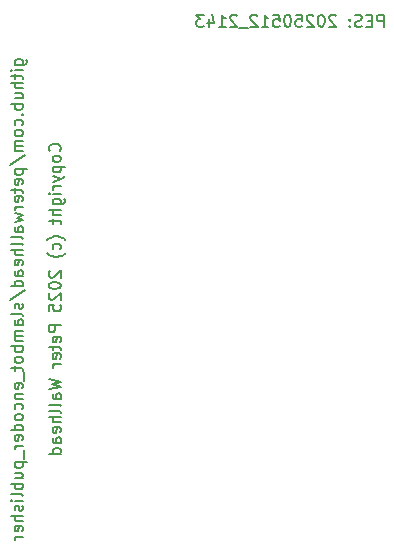
<source format=gbr>
%TF.GenerationSoftware,KiCad,Pcbnew,6.0.11-2627ca5db0~126~ubuntu20.04.1*%
%TF.CreationDate,2025-05-12T21:47:33+10:00*%
%TF.ProjectId,encoder_pcb,656e636f-6465-4725-9f70-63622e6b6963,rev?*%
%TF.SameCoordinates,Original*%
%TF.FileFunction,Legend,Bot*%
%TF.FilePolarity,Positive*%
%FSLAX46Y46*%
G04 Gerber Fmt 4.6, Leading zero omitted, Abs format (unit mm)*
G04 Created by KiCad (PCBNEW 6.0.11-2627ca5db0~126~ubuntu20.04.1) date 2025-05-12 21:47:33*
%MOMM*%
%LPD*%
G01*
G04 APERTURE LIST*
%ADD10C,0.150000*%
G04 APERTURE END LIST*
D10*
X151654761Y-76952380D02*
X151654761Y-75952380D01*
X151273809Y-75952380D01*
X151178571Y-76000000D01*
X151130952Y-76047619D01*
X151083333Y-76142857D01*
X151083333Y-76285714D01*
X151130952Y-76380952D01*
X151178571Y-76428571D01*
X151273809Y-76476190D01*
X151654761Y-76476190D01*
X150654761Y-76428571D02*
X150321428Y-76428571D01*
X150178571Y-76952380D02*
X150654761Y-76952380D01*
X150654761Y-75952380D01*
X150178571Y-75952380D01*
X149797619Y-76904761D02*
X149654761Y-76952380D01*
X149416666Y-76952380D01*
X149321428Y-76904761D01*
X149273809Y-76857142D01*
X149226190Y-76761904D01*
X149226190Y-76666666D01*
X149273809Y-76571428D01*
X149321428Y-76523809D01*
X149416666Y-76476190D01*
X149607142Y-76428571D01*
X149702380Y-76380952D01*
X149750000Y-76333333D01*
X149797619Y-76238095D01*
X149797619Y-76142857D01*
X149750000Y-76047619D01*
X149702380Y-76000000D01*
X149607142Y-75952380D01*
X149369047Y-75952380D01*
X149226190Y-76000000D01*
X148797619Y-76857142D02*
X148750000Y-76904761D01*
X148797619Y-76952380D01*
X148845238Y-76904761D01*
X148797619Y-76857142D01*
X148797619Y-76952380D01*
X148797619Y-76333333D02*
X148750000Y-76380952D01*
X148797619Y-76428571D01*
X148845238Y-76380952D01*
X148797619Y-76333333D01*
X148797619Y-76428571D01*
X147607142Y-76047619D02*
X147559523Y-76000000D01*
X147464285Y-75952380D01*
X147226190Y-75952380D01*
X147130952Y-76000000D01*
X147083333Y-76047619D01*
X147035714Y-76142857D01*
X147035714Y-76238095D01*
X147083333Y-76380952D01*
X147654761Y-76952380D01*
X147035714Y-76952380D01*
X146416666Y-75952380D02*
X146321428Y-75952380D01*
X146226190Y-76000000D01*
X146178571Y-76047619D01*
X146130952Y-76142857D01*
X146083333Y-76333333D01*
X146083333Y-76571428D01*
X146130952Y-76761904D01*
X146178571Y-76857142D01*
X146226190Y-76904761D01*
X146321428Y-76952380D01*
X146416666Y-76952380D01*
X146511904Y-76904761D01*
X146559523Y-76857142D01*
X146607142Y-76761904D01*
X146654761Y-76571428D01*
X146654761Y-76333333D01*
X146607142Y-76142857D01*
X146559523Y-76047619D01*
X146511904Y-76000000D01*
X146416666Y-75952380D01*
X145702380Y-76047619D02*
X145654761Y-76000000D01*
X145559523Y-75952380D01*
X145321428Y-75952380D01*
X145226190Y-76000000D01*
X145178571Y-76047619D01*
X145130952Y-76142857D01*
X145130952Y-76238095D01*
X145178571Y-76380952D01*
X145750000Y-76952380D01*
X145130952Y-76952380D01*
X144226190Y-75952380D02*
X144702380Y-75952380D01*
X144750000Y-76428571D01*
X144702380Y-76380952D01*
X144607142Y-76333333D01*
X144369047Y-76333333D01*
X144273809Y-76380952D01*
X144226190Y-76428571D01*
X144178571Y-76523809D01*
X144178571Y-76761904D01*
X144226190Y-76857142D01*
X144273809Y-76904761D01*
X144369047Y-76952380D01*
X144607142Y-76952380D01*
X144702380Y-76904761D01*
X144750000Y-76857142D01*
X143559523Y-75952380D02*
X143464285Y-75952380D01*
X143369047Y-76000000D01*
X143321428Y-76047619D01*
X143273809Y-76142857D01*
X143226190Y-76333333D01*
X143226190Y-76571428D01*
X143273809Y-76761904D01*
X143321428Y-76857142D01*
X143369047Y-76904761D01*
X143464285Y-76952380D01*
X143559523Y-76952380D01*
X143654761Y-76904761D01*
X143702380Y-76857142D01*
X143750000Y-76761904D01*
X143797619Y-76571428D01*
X143797619Y-76333333D01*
X143750000Y-76142857D01*
X143702380Y-76047619D01*
X143654761Y-76000000D01*
X143559523Y-75952380D01*
X142321428Y-75952380D02*
X142797619Y-75952380D01*
X142845238Y-76428571D01*
X142797619Y-76380952D01*
X142702380Y-76333333D01*
X142464285Y-76333333D01*
X142369047Y-76380952D01*
X142321428Y-76428571D01*
X142273809Y-76523809D01*
X142273809Y-76761904D01*
X142321428Y-76857142D01*
X142369047Y-76904761D01*
X142464285Y-76952380D01*
X142702380Y-76952380D01*
X142797619Y-76904761D01*
X142845238Y-76857142D01*
X141321428Y-76952380D02*
X141892857Y-76952380D01*
X141607142Y-76952380D02*
X141607142Y-75952380D01*
X141702380Y-76095238D01*
X141797619Y-76190476D01*
X141892857Y-76238095D01*
X140940476Y-76047619D02*
X140892857Y-76000000D01*
X140797619Y-75952380D01*
X140559523Y-75952380D01*
X140464285Y-76000000D01*
X140416666Y-76047619D01*
X140369047Y-76142857D01*
X140369047Y-76238095D01*
X140416666Y-76380952D01*
X140988095Y-76952380D01*
X140369047Y-76952380D01*
X140178571Y-77047619D02*
X139416666Y-77047619D01*
X139226190Y-76047619D02*
X139178571Y-76000000D01*
X139083333Y-75952380D01*
X138845238Y-75952380D01*
X138750000Y-76000000D01*
X138702380Y-76047619D01*
X138654761Y-76142857D01*
X138654761Y-76238095D01*
X138702380Y-76380952D01*
X139273809Y-76952380D01*
X138654761Y-76952380D01*
X137702380Y-76952380D02*
X138273809Y-76952380D01*
X137988095Y-76952380D02*
X137988095Y-75952380D01*
X138083333Y-76095238D01*
X138178571Y-76190476D01*
X138273809Y-76238095D01*
X136845238Y-76285714D02*
X136845238Y-76952380D01*
X137083333Y-75904761D02*
X137321428Y-76619047D01*
X136702380Y-76619047D01*
X136416666Y-75952380D02*
X135797619Y-75952380D01*
X136130952Y-76333333D01*
X135988095Y-76333333D01*
X135892857Y-76380952D01*
X135845238Y-76428571D01*
X135797619Y-76523809D01*
X135797619Y-76761904D01*
X135845238Y-76857142D01*
X135892857Y-76904761D01*
X135988095Y-76952380D01*
X136273809Y-76952380D01*
X136369047Y-76904761D01*
X136416666Y-76857142D01*
X120425714Y-80166666D02*
X121235238Y-80166666D01*
X121330476Y-80119047D01*
X121378095Y-80071428D01*
X121425714Y-79976190D01*
X121425714Y-79833333D01*
X121378095Y-79738095D01*
X121044761Y-80166666D02*
X121092380Y-80071428D01*
X121092380Y-79880952D01*
X121044761Y-79785714D01*
X120997142Y-79738095D01*
X120901904Y-79690476D01*
X120616190Y-79690476D01*
X120520952Y-79738095D01*
X120473333Y-79785714D01*
X120425714Y-79880952D01*
X120425714Y-80071428D01*
X120473333Y-80166666D01*
X121092380Y-80642857D02*
X120425714Y-80642857D01*
X120092380Y-80642857D02*
X120140000Y-80595238D01*
X120187619Y-80642857D01*
X120140000Y-80690476D01*
X120092380Y-80642857D01*
X120187619Y-80642857D01*
X120425714Y-80976190D02*
X120425714Y-81357142D01*
X120092380Y-81119047D02*
X120949523Y-81119047D01*
X121044761Y-81166666D01*
X121092380Y-81261904D01*
X121092380Y-81357142D01*
X121092380Y-81690476D02*
X120092380Y-81690476D01*
X121092380Y-82119047D02*
X120568571Y-82119047D01*
X120473333Y-82071428D01*
X120425714Y-81976190D01*
X120425714Y-81833333D01*
X120473333Y-81738095D01*
X120520952Y-81690476D01*
X120425714Y-83023809D02*
X121092380Y-83023809D01*
X120425714Y-82595238D02*
X120949523Y-82595238D01*
X121044761Y-82642857D01*
X121092380Y-82738095D01*
X121092380Y-82880952D01*
X121044761Y-82976190D01*
X120997142Y-83023809D01*
X121092380Y-83500000D02*
X120092380Y-83500000D01*
X120473333Y-83500000D02*
X120425714Y-83595238D01*
X120425714Y-83785714D01*
X120473333Y-83880952D01*
X120520952Y-83928571D01*
X120616190Y-83976190D01*
X120901904Y-83976190D01*
X120997142Y-83928571D01*
X121044761Y-83880952D01*
X121092380Y-83785714D01*
X121092380Y-83595238D01*
X121044761Y-83500000D01*
X120997142Y-84404761D02*
X121044761Y-84452380D01*
X121092380Y-84404761D01*
X121044761Y-84357142D01*
X120997142Y-84404761D01*
X121092380Y-84404761D01*
X121044761Y-85309523D02*
X121092380Y-85214285D01*
X121092380Y-85023809D01*
X121044761Y-84928571D01*
X120997142Y-84880952D01*
X120901904Y-84833333D01*
X120616190Y-84833333D01*
X120520952Y-84880952D01*
X120473333Y-84928571D01*
X120425714Y-85023809D01*
X120425714Y-85214285D01*
X120473333Y-85309523D01*
X121092380Y-85880952D02*
X121044761Y-85785714D01*
X120997142Y-85738095D01*
X120901904Y-85690476D01*
X120616190Y-85690476D01*
X120520952Y-85738095D01*
X120473333Y-85785714D01*
X120425714Y-85880952D01*
X120425714Y-86023809D01*
X120473333Y-86119047D01*
X120520952Y-86166666D01*
X120616190Y-86214285D01*
X120901904Y-86214285D01*
X120997142Y-86166666D01*
X121044761Y-86119047D01*
X121092380Y-86023809D01*
X121092380Y-85880952D01*
X121092380Y-86642857D02*
X120425714Y-86642857D01*
X120520952Y-86642857D02*
X120473333Y-86690476D01*
X120425714Y-86785714D01*
X120425714Y-86928571D01*
X120473333Y-87023809D01*
X120568571Y-87071428D01*
X121092380Y-87071428D01*
X120568571Y-87071428D02*
X120473333Y-87119047D01*
X120425714Y-87214285D01*
X120425714Y-87357142D01*
X120473333Y-87452380D01*
X120568571Y-87500000D01*
X121092380Y-87500000D01*
X120044761Y-88690476D02*
X121330476Y-87833333D01*
X120425714Y-89023809D02*
X121425714Y-89023809D01*
X120473333Y-89023809D02*
X120425714Y-89119047D01*
X120425714Y-89309523D01*
X120473333Y-89404761D01*
X120520952Y-89452380D01*
X120616190Y-89499999D01*
X120901904Y-89499999D01*
X120997142Y-89452380D01*
X121044761Y-89404761D01*
X121092380Y-89309523D01*
X121092380Y-89119047D01*
X121044761Y-89023809D01*
X121044761Y-90309523D02*
X121092380Y-90214285D01*
X121092380Y-90023809D01*
X121044761Y-89928571D01*
X120949523Y-89880952D01*
X120568571Y-89880952D01*
X120473333Y-89928571D01*
X120425714Y-90023809D01*
X120425714Y-90214285D01*
X120473333Y-90309523D01*
X120568571Y-90357142D01*
X120663809Y-90357142D01*
X120759047Y-89880952D01*
X120425714Y-90642857D02*
X120425714Y-91023809D01*
X120092380Y-90785714D02*
X120949523Y-90785714D01*
X121044761Y-90833333D01*
X121092380Y-90928571D01*
X121092380Y-91023809D01*
X121044761Y-91738095D02*
X121092380Y-91642857D01*
X121092380Y-91452380D01*
X121044761Y-91357142D01*
X120949523Y-91309523D01*
X120568571Y-91309523D01*
X120473333Y-91357142D01*
X120425714Y-91452380D01*
X120425714Y-91642857D01*
X120473333Y-91738095D01*
X120568571Y-91785714D01*
X120663809Y-91785714D01*
X120759047Y-91309523D01*
X121092380Y-92214285D02*
X120425714Y-92214285D01*
X120616190Y-92214285D02*
X120520952Y-92261904D01*
X120473333Y-92309523D01*
X120425714Y-92404761D01*
X120425714Y-92499999D01*
X120425714Y-92738095D02*
X121092380Y-92928571D01*
X120616190Y-93119047D01*
X121092380Y-93309523D01*
X120425714Y-93499999D01*
X121092380Y-94309523D02*
X120568571Y-94309523D01*
X120473333Y-94261904D01*
X120425714Y-94166666D01*
X120425714Y-93976190D01*
X120473333Y-93880952D01*
X121044761Y-94309523D02*
X121092380Y-94214285D01*
X121092380Y-93976190D01*
X121044761Y-93880952D01*
X120949523Y-93833333D01*
X120854285Y-93833333D01*
X120759047Y-93880952D01*
X120711428Y-93976190D01*
X120711428Y-94214285D01*
X120663809Y-94309523D01*
X121092380Y-94928571D02*
X121044761Y-94833333D01*
X120949523Y-94785714D01*
X120092380Y-94785714D01*
X121092380Y-95452380D02*
X121044761Y-95357142D01*
X120949523Y-95309523D01*
X120092380Y-95309523D01*
X121092380Y-95833333D02*
X120092380Y-95833333D01*
X121092380Y-96261904D02*
X120568571Y-96261904D01*
X120473333Y-96214285D01*
X120425714Y-96119047D01*
X120425714Y-95976190D01*
X120473333Y-95880952D01*
X120520952Y-95833333D01*
X121044761Y-97119047D02*
X121092380Y-97023809D01*
X121092380Y-96833333D01*
X121044761Y-96738095D01*
X120949523Y-96690476D01*
X120568571Y-96690476D01*
X120473333Y-96738095D01*
X120425714Y-96833333D01*
X120425714Y-97023809D01*
X120473333Y-97119047D01*
X120568571Y-97166666D01*
X120663809Y-97166666D01*
X120759047Y-96690476D01*
X121092380Y-98023809D02*
X120568571Y-98023809D01*
X120473333Y-97976190D01*
X120425714Y-97880952D01*
X120425714Y-97690476D01*
X120473333Y-97595238D01*
X121044761Y-98023809D02*
X121092380Y-97928571D01*
X121092380Y-97690476D01*
X121044761Y-97595238D01*
X120949523Y-97547619D01*
X120854285Y-97547619D01*
X120759047Y-97595238D01*
X120711428Y-97690476D01*
X120711428Y-97928571D01*
X120663809Y-98023809D01*
X121092380Y-98928571D02*
X120092380Y-98928571D01*
X121044761Y-98928571D02*
X121092380Y-98833333D01*
X121092380Y-98642857D01*
X121044761Y-98547619D01*
X120997142Y-98499999D01*
X120901904Y-98452380D01*
X120616190Y-98452380D01*
X120520952Y-98499999D01*
X120473333Y-98547619D01*
X120425714Y-98642857D01*
X120425714Y-98833333D01*
X120473333Y-98928571D01*
X120044761Y-100119047D02*
X121330476Y-99261904D01*
X121044761Y-100404761D02*
X121092380Y-100499999D01*
X121092380Y-100690476D01*
X121044761Y-100785714D01*
X120949523Y-100833333D01*
X120901904Y-100833333D01*
X120806666Y-100785714D01*
X120759047Y-100690476D01*
X120759047Y-100547619D01*
X120711428Y-100452380D01*
X120616190Y-100404761D01*
X120568571Y-100404761D01*
X120473333Y-100452380D01*
X120425714Y-100547619D01*
X120425714Y-100690476D01*
X120473333Y-100785714D01*
X121092380Y-101404761D02*
X121044761Y-101309523D01*
X120949523Y-101261904D01*
X120092380Y-101261904D01*
X121092380Y-102214285D02*
X120568571Y-102214285D01*
X120473333Y-102166666D01*
X120425714Y-102071428D01*
X120425714Y-101880952D01*
X120473333Y-101785714D01*
X121044761Y-102214285D02*
X121092380Y-102119047D01*
X121092380Y-101880952D01*
X121044761Y-101785714D01*
X120949523Y-101738095D01*
X120854285Y-101738095D01*
X120759047Y-101785714D01*
X120711428Y-101880952D01*
X120711428Y-102119047D01*
X120663809Y-102214285D01*
X121092380Y-102690476D02*
X120425714Y-102690476D01*
X120520952Y-102690476D02*
X120473333Y-102738095D01*
X120425714Y-102833333D01*
X120425714Y-102976190D01*
X120473333Y-103071428D01*
X120568571Y-103119047D01*
X121092380Y-103119047D01*
X120568571Y-103119047D02*
X120473333Y-103166666D01*
X120425714Y-103261904D01*
X120425714Y-103404761D01*
X120473333Y-103499999D01*
X120568571Y-103547619D01*
X121092380Y-103547619D01*
X121092380Y-104023809D02*
X120092380Y-104023809D01*
X120473333Y-104023809D02*
X120425714Y-104119047D01*
X120425714Y-104309523D01*
X120473333Y-104404761D01*
X120520952Y-104452380D01*
X120616190Y-104499999D01*
X120901904Y-104499999D01*
X120997142Y-104452380D01*
X121044761Y-104404761D01*
X121092380Y-104309523D01*
X121092380Y-104119047D01*
X121044761Y-104023809D01*
X121092380Y-105071428D02*
X121044761Y-104976190D01*
X120997142Y-104928571D01*
X120901904Y-104880952D01*
X120616190Y-104880952D01*
X120520952Y-104928571D01*
X120473333Y-104976190D01*
X120425714Y-105071428D01*
X120425714Y-105214285D01*
X120473333Y-105309523D01*
X120520952Y-105357142D01*
X120616190Y-105404761D01*
X120901904Y-105404761D01*
X120997142Y-105357142D01*
X121044761Y-105309523D01*
X121092380Y-105214285D01*
X121092380Y-105071428D01*
X120425714Y-105690476D02*
X120425714Y-106071428D01*
X120092380Y-105833333D02*
X120949523Y-105833333D01*
X121044761Y-105880952D01*
X121092380Y-105976190D01*
X121092380Y-106071428D01*
X121187619Y-106166666D02*
X121187619Y-106928571D01*
X121044761Y-107547619D02*
X121092380Y-107452380D01*
X121092380Y-107261904D01*
X121044761Y-107166666D01*
X120949523Y-107119047D01*
X120568571Y-107119047D01*
X120473333Y-107166666D01*
X120425714Y-107261904D01*
X120425714Y-107452380D01*
X120473333Y-107547619D01*
X120568571Y-107595238D01*
X120663809Y-107595238D01*
X120759047Y-107119047D01*
X120425714Y-108023809D02*
X121092380Y-108023809D01*
X120520952Y-108023809D02*
X120473333Y-108071428D01*
X120425714Y-108166666D01*
X120425714Y-108309523D01*
X120473333Y-108404761D01*
X120568571Y-108452380D01*
X121092380Y-108452380D01*
X121044761Y-109357142D02*
X121092380Y-109261904D01*
X121092380Y-109071428D01*
X121044761Y-108976190D01*
X120997142Y-108928571D01*
X120901904Y-108880952D01*
X120616190Y-108880952D01*
X120520952Y-108928571D01*
X120473333Y-108976190D01*
X120425714Y-109071428D01*
X120425714Y-109261904D01*
X120473333Y-109357142D01*
X121092380Y-109928571D02*
X121044761Y-109833333D01*
X120997142Y-109785714D01*
X120901904Y-109738095D01*
X120616190Y-109738095D01*
X120520952Y-109785714D01*
X120473333Y-109833333D01*
X120425714Y-109928571D01*
X120425714Y-110071428D01*
X120473333Y-110166666D01*
X120520952Y-110214285D01*
X120616190Y-110261904D01*
X120901904Y-110261904D01*
X120997142Y-110214285D01*
X121044761Y-110166666D01*
X121092380Y-110071428D01*
X121092380Y-109928571D01*
X121092380Y-111119047D02*
X120092380Y-111119047D01*
X121044761Y-111119047D02*
X121092380Y-111023809D01*
X121092380Y-110833333D01*
X121044761Y-110738095D01*
X120997142Y-110690476D01*
X120901904Y-110642857D01*
X120616190Y-110642857D01*
X120520952Y-110690476D01*
X120473333Y-110738095D01*
X120425714Y-110833333D01*
X120425714Y-111023809D01*
X120473333Y-111119047D01*
X121044761Y-111976190D02*
X121092380Y-111880952D01*
X121092380Y-111690476D01*
X121044761Y-111595238D01*
X120949523Y-111547619D01*
X120568571Y-111547619D01*
X120473333Y-111595238D01*
X120425714Y-111690476D01*
X120425714Y-111880952D01*
X120473333Y-111976190D01*
X120568571Y-112023809D01*
X120663809Y-112023809D01*
X120759047Y-111547619D01*
X121092380Y-112452380D02*
X120425714Y-112452380D01*
X120616190Y-112452380D02*
X120520952Y-112499999D01*
X120473333Y-112547619D01*
X120425714Y-112642857D01*
X120425714Y-112738095D01*
X121187619Y-112833333D02*
X121187619Y-113595238D01*
X120425714Y-113833333D02*
X121425714Y-113833333D01*
X120473333Y-113833333D02*
X120425714Y-113928571D01*
X120425714Y-114119047D01*
X120473333Y-114214285D01*
X120520952Y-114261904D01*
X120616190Y-114309523D01*
X120901904Y-114309523D01*
X120997142Y-114261904D01*
X121044761Y-114214285D01*
X121092380Y-114119047D01*
X121092380Y-113928571D01*
X121044761Y-113833333D01*
X120425714Y-115166666D02*
X121092380Y-115166666D01*
X120425714Y-114738095D02*
X120949523Y-114738095D01*
X121044761Y-114785714D01*
X121092380Y-114880952D01*
X121092380Y-115023809D01*
X121044761Y-115119047D01*
X120997142Y-115166666D01*
X121092380Y-115642857D02*
X120092380Y-115642857D01*
X120473333Y-115642857D02*
X120425714Y-115738095D01*
X120425714Y-115928571D01*
X120473333Y-116023809D01*
X120520952Y-116071428D01*
X120616190Y-116119047D01*
X120901904Y-116119047D01*
X120997142Y-116071428D01*
X121044761Y-116023809D01*
X121092380Y-115928571D01*
X121092380Y-115738095D01*
X121044761Y-115642857D01*
X121092380Y-116690476D02*
X121044761Y-116595238D01*
X120949523Y-116547619D01*
X120092380Y-116547619D01*
X121092380Y-117071428D02*
X120425714Y-117071428D01*
X120092380Y-117071428D02*
X120140000Y-117023809D01*
X120187619Y-117071428D01*
X120140000Y-117119047D01*
X120092380Y-117071428D01*
X120187619Y-117071428D01*
X121044761Y-117499999D02*
X121092380Y-117595238D01*
X121092380Y-117785714D01*
X121044761Y-117880952D01*
X120949523Y-117928571D01*
X120901904Y-117928571D01*
X120806666Y-117880952D01*
X120759047Y-117785714D01*
X120759047Y-117642857D01*
X120711428Y-117547619D01*
X120616190Y-117499999D01*
X120568571Y-117499999D01*
X120473333Y-117547619D01*
X120425714Y-117642857D01*
X120425714Y-117785714D01*
X120473333Y-117880952D01*
X121092380Y-118357142D02*
X120092380Y-118357142D01*
X121092380Y-118785714D02*
X120568571Y-118785714D01*
X120473333Y-118738095D01*
X120425714Y-118642857D01*
X120425714Y-118499999D01*
X120473333Y-118404761D01*
X120520952Y-118357142D01*
X121044761Y-119642857D02*
X121092380Y-119547619D01*
X121092380Y-119357142D01*
X121044761Y-119261904D01*
X120949523Y-119214285D01*
X120568571Y-119214285D01*
X120473333Y-119261904D01*
X120425714Y-119357142D01*
X120425714Y-119547619D01*
X120473333Y-119642857D01*
X120568571Y-119690476D01*
X120663809Y-119690476D01*
X120759047Y-119214285D01*
X121092380Y-120119047D02*
X120425714Y-120119047D01*
X120616190Y-120119047D02*
X120520952Y-120166666D01*
X120473333Y-120214285D01*
X120425714Y-120309523D01*
X120425714Y-120404761D01*
X124217142Y-87476190D02*
X124264761Y-87428571D01*
X124312380Y-87285714D01*
X124312380Y-87190476D01*
X124264761Y-87047619D01*
X124169523Y-86952380D01*
X124074285Y-86904761D01*
X123883809Y-86857142D01*
X123740952Y-86857142D01*
X123550476Y-86904761D01*
X123455238Y-86952380D01*
X123360000Y-87047619D01*
X123312380Y-87190476D01*
X123312380Y-87285714D01*
X123360000Y-87428571D01*
X123407619Y-87476190D01*
X124312380Y-88047619D02*
X124264761Y-87952380D01*
X124217142Y-87904761D01*
X124121904Y-87857142D01*
X123836190Y-87857142D01*
X123740952Y-87904761D01*
X123693333Y-87952380D01*
X123645714Y-88047619D01*
X123645714Y-88190476D01*
X123693333Y-88285714D01*
X123740952Y-88333333D01*
X123836190Y-88380952D01*
X124121904Y-88380952D01*
X124217142Y-88333333D01*
X124264761Y-88285714D01*
X124312380Y-88190476D01*
X124312380Y-88047619D01*
X123645714Y-88809523D02*
X124645714Y-88809523D01*
X123693333Y-88809523D02*
X123645714Y-88904761D01*
X123645714Y-89095238D01*
X123693333Y-89190476D01*
X123740952Y-89238095D01*
X123836190Y-89285714D01*
X124121904Y-89285714D01*
X124217142Y-89238095D01*
X124264761Y-89190476D01*
X124312380Y-89095238D01*
X124312380Y-88904761D01*
X124264761Y-88809523D01*
X123645714Y-89619047D02*
X124312380Y-89857142D01*
X123645714Y-90095238D02*
X124312380Y-89857142D01*
X124550476Y-89761904D01*
X124598095Y-89714285D01*
X124645714Y-89619047D01*
X124312380Y-90476190D02*
X123645714Y-90476190D01*
X123836190Y-90476190D02*
X123740952Y-90523809D01*
X123693333Y-90571428D01*
X123645714Y-90666666D01*
X123645714Y-90761904D01*
X124312380Y-91095238D02*
X123645714Y-91095238D01*
X123312380Y-91095238D02*
X123360000Y-91047619D01*
X123407619Y-91095238D01*
X123360000Y-91142857D01*
X123312380Y-91095238D01*
X123407619Y-91095238D01*
X123645714Y-92000000D02*
X124455238Y-92000000D01*
X124550476Y-91952380D01*
X124598095Y-91904761D01*
X124645714Y-91809523D01*
X124645714Y-91666666D01*
X124598095Y-91571428D01*
X124264761Y-92000000D02*
X124312380Y-91904761D01*
X124312380Y-91714285D01*
X124264761Y-91619047D01*
X124217142Y-91571428D01*
X124121904Y-91523809D01*
X123836190Y-91523809D01*
X123740952Y-91571428D01*
X123693333Y-91619047D01*
X123645714Y-91714285D01*
X123645714Y-91904761D01*
X123693333Y-92000000D01*
X124312380Y-92476190D02*
X123312380Y-92476190D01*
X124312380Y-92904761D02*
X123788571Y-92904761D01*
X123693333Y-92857142D01*
X123645714Y-92761904D01*
X123645714Y-92619047D01*
X123693333Y-92523809D01*
X123740952Y-92476190D01*
X123645714Y-93238095D02*
X123645714Y-93619047D01*
X123312380Y-93380952D02*
X124169523Y-93380952D01*
X124264761Y-93428571D01*
X124312380Y-93523809D01*
X124312380Y-93619047D01*
X124693333Y-95000000D02*
X124645714Y-94952380D01*
X124502857Y-94857142D01*
X124407619Y-94809523D01*
X124264761Y-94761904D01*
X124026666Y-94714285D01*
X123836190Y-94714285D01*
X123598095Y-94761904D01*
X123455238Y-94809523D01*
X123360000Y-94857142D01*
X123217142Y-94952380D01*
X123169523Y-95000000D01*
X124264761Y-95809523D02*
X124312380Y-95714285D01*
X124312380Y-95523809D01*
X124264761Y-95428571D01*
X124217142Y-95380952D01*
X124121904Y-95333333D01*
X123836190Y-95333333D01*
X123740952Y-95380952D01*
X123693333Y-95428571D01*
X123645714Y-95523809D01*
X123645714Y-95714285D01*
X123693333Y-95809523D01*
X124693333Y-96142857D02*
X124645714Y-96190476D01*
X124502857Y-96285714D01*
X124407619Y-96333333D01*
X124264761Y-96380952D01*
X124026666Y-96428571D01*
X123836190Y-96428571D01*
X123598095Y-96380952D01*
X123455238Y-96333333D01*
X123360000Y-96285714D01*
X123217142Y-96190476D01*
X123169523Y-96142857D01*
X123407619Y-97619047D02*
X123360000Y-97666666D01*
X123312380Y-97761904D01*
X123312380Y-98000000D01*
X123360000Y-98095238D01*
X123407619Y-98142857D01*
X123502857Y-98190476D01*
X123598095Y-98190476D01*
X123740952Y-98142857D01*
X124312380Y-97571428D01*
X124312380Y-98190476D01*
X123312380Y-98809523D02*
X123312380Y-98904761D01*
X123360000Y-99000000D01*
X123407619Y-99047619D01*
X123502857Y-99095238D01*
X123693333Y-99142857D01*
X123931428Y-99142857D01*
X124121904Y-99095238D01*
X124217142Y-99047619D01*
X124264761Y-99000000D01*
X124312380Y-98904761D01*
X124312380Y-98809523D01*
X124264761Y-98714285D01*
X124217142Y-98666666D01*
X124121904Y-98619047D01*
X123931428Y-98571428D01*
X123693333Y-98571428D01*
X123502857Y-98619047D01*
X123407619Y-98666666D01*
X123360000Y-98714285D01*
X123312380Y-98809523D01*
X123407619Y-99523809D02*
X123360000Y-99571428D01*
X123312380Y-99666666D01*
X123312380Y-99904761D01*
X123360000Y-100000000D01*
X123407619Y-100047619D01*
X123502857Y-100095238D01*
X123598095Y-100095238D01*
X123740952Y-100047619D01*
X124312380Y-99476190D01*
X124312380Y-100095238D01*
X123312380Y-101000000D02*
X123312380Y-100523809D01*
X123788571Y-100476190D01*
X123740952Y-100523809D01*
X123693333Y-100619047D01*
X123693333Y-100857142D01*
X123740952Y-100952380D01*
X123788571Y-101000000D01*
X123883809Y-101047619D01*
X124121904Y-101047619D01*
X124217142Y-101000000D01*
X124264761Y-100952380D01*
X124312380Y-100857142D01*
X124312380Y-100619047D01*
X124264761Y-100523809D01*
X124217142Y-100476190D01*
X124312380Y-102238095D02*
X123312380Y-102238095D01*
X123312380Y-102619047D01*
X123360000Y-102714285D01*
X123407619Y-102761904D01*
X123502857Y-102809523D01*
X123645714Y-102809523D01*
X123740952Y-102761904D01*
X123788571Y-102714285D01*
X123836190Y-102619047D01*
X123836190Y-102238095D01*
X124264761Y-103619047D02*
X124312380Y-103523809D01*
X124312380Y-103333333D01*
X124264761Y-103238095D01*
X124169523Y-103190476D01*
X123788571Y-103190476D01*
X123693333Y-103238095D01*
X123645714Y-103333333D01*
X123645714Y-103523809D01*
X123693333Y-103619047D01*
X123788571Y-103666666D01*
X123883809Y-103666666D01*
X123979047Y-103190476D01*
X123645714Y-103952380D02*
X123645714Y-104333333D01*
X123312380Y-104095238D02*
X124169523Y-104095238D01*
X124264761Y-104142857D01*
X124312380Y-104238095D01*
X124312380Y-104333333D01*
X124264761Y-105047619D02*
X124312380Y-104952380D01*
X124312380Y-104761904D01*
X124264761Y-104666666D01*
X124169523Y-104619047D01*
X123788571Y-104619047D01*
X123693333Y-104666666D01*
X123645714Y-104761904D01*
X123645714Y-104952380D01*
X123693333Y-105047619D01*
X123788571Y-105095238D01*
X123883809Y-105095238D01*
X123979047Y-104619047D01*
X124312380Y-105523809D02*
X123645714Y-105523809D01*
X123836190Y-105523809D02*
X123740952Y-105571428D01*
X123693333Y-105619047D01*
X123645714Y-105714285D01*
X123645714Y-105809523D01*
X123312380Y-106809523D02*
X124312380Y-107047619D01*
X123598095Y-107238095D01*
X124312380Y-107428571D01*
X123312380Y-107666666D01*
X124312380Y-108476190D02*
X123788571Y-108476190D01*
X123693333Y-108428571D01*
X123645714Y-108333333D01*
X123645714Y-108142857D01*
X123693333Y-108047619D01*
X124264761Y-108476190D02*
X124312380Y-108380952D01*
X124312380Y-108142857D01*
X124264761Y-108047619D01*
X124169523Y-107999999D01*
X124074285Y-107999999D01*
X123979047Y-108047619D01*
X123931428Y-108142857D01*
X123931428Y-108380952D01*
X123883809Y-108476190D01*
X124312380Y-109095238D02*
X124264761Y-108999999D01*
X124169523Y-108952380D01*
X123312380Y-108952380D01*
X124312380Y-109619047D02*
X124264761Y-109523809D01*
X124169523Y-109476190D01*
X123312380Y-109476190D01*
X124312380Y-109999999D02*
X123312380Y-109999999D01*
X124312380Y-110428571D02*
X123788571Y-110428571D01*
X123693333Y-110380952D01*
X123645714Y-110285714D01*
X123645714Y-110142857D01*
X123693333Y-110047619D01*
X123740952Y-109999999D01*
X124264761Y-111285714D02*
X124312380Y-111190476D01*
X124312380Y-110999999D01*
X124264761Y-110904761D01*
X124169523Y-110857142D01*
X123788571Y-110857142D01*
X123693333Y-110904761D01*
X123645714Y-110999999D01*
X123645714Y-111190476D01*
X123693333Y-111285714D01*
X123788571Y-111333333D01*
X123883809Y-111333333D01*
X123979047Y-110857142D01*
X124312380Y-112190476D02*
X123788571Y-112190476D01*
X123693333Y-112142857D01*
X123645714Y-112047619D01*
X123645714Y-111857142D01*
X123693333Y-111761904D01*
X124264761Y-112190476D02*
X124312380Y-112095238D01*
X124312380Y-111857142D01*
X124264761Y-111761904D01*
X124169523Y-111714285D01*
X124074285Y-111714285D01*
X123979047Y-111761904D01*
X123931428Y-111857142D01*
X123931428Y-112095238D01*
X123883809Y-112190476D01*
X124312380Y-113095238D02*
X123312380Y-113095238D01*
X124264761Y-113095238D02*
X124312380Y-112999999D01*
X124312380Y-112809523D01*
X124264761Y-112714285D01*
X124217142Y-112666666D01*
X124121904Y-112619047D01*
X123836190Y-112619047D01*
X123740952Y-112666666D01*
X123693333Y-112714285D01*
X123645714Y-112809523D01*
X123645714Y-112999999D01*
X123693333Y-113095238D01*
M02*

</source>
